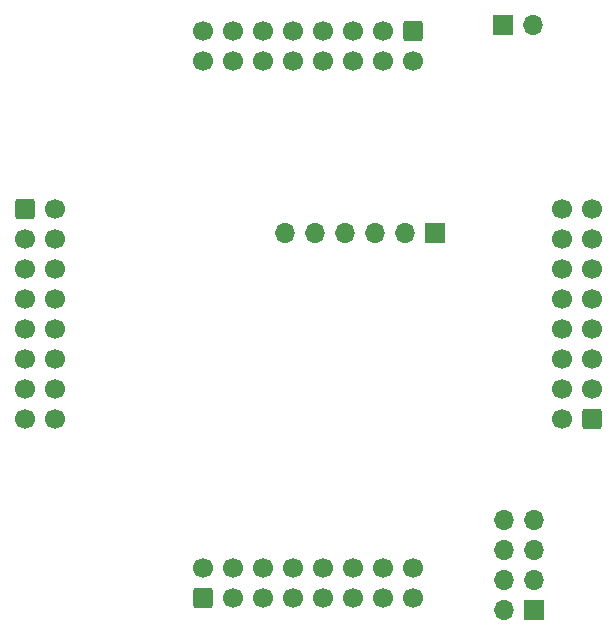
<source format=gbr>
%TF.GenerationSoftware,KiCad,Pcbnew,6.0.11+dfsg-1~bpo11+1*%
%TF.CreationDate,2023-07-05T16:33:08+02:00*%
%TF.ProjectId,avert_21,61766572-745f-4323-912e-6b696361645f,rev?*%
%TF.SameCoordinates,Original*%
%TF.FileFunction,Soldermask,Bot*%
%TF.FilePolarity,Negative*%
%FSLAX46Y46*%
G04 Gerber Fmt 4.6, Leading zero omitted, Abs format (unit mm)*
G04 Created by KiCad (PCBNEW 6.0.11+dfsg-1~bpo11+1) date 2023-07-05 16:33:08*
%MOMM*%
%LPD*%
G01*
G04 APERTURE LIST*
G04 Aperture macros list*
%AMRoundRect*
0 Rectangle with rounded corners*
0 $1 Rounding radius*
0 $2 $3 $4 $5 $6 $7 $8 $9 X,Y pos of 4 corners*
0 Add a 4 corners polygon primitive as box body*
4,1,4,$2,$3,$4,$5,$6,$7,$8,$9,$2,$3,0*
0 Add four circle primitives for the rounded corners*
1,1,$1+$1,$2,$3*
1,1,$1+$1,$4,$5*
1,1,$1+$1,$6,$7*
1,1,$1+$1,$8,$9*
0 Add four rect primitives between the rounded corners*
20,1,$1+$1,$2,$3,$4,$5,0*
20,1,$1+$1,$4,$5,$6,$7,0*
20,1,$1+$1,$6,$7,$8,$9,0*
20,1,$1+$1,$8,$9,$2,$3,0*%
G04 Aperture macros list end*
%ADD10RoundRect,0.250000X0.600000X0.600000X-0.600000X0.600000X-0.600000X-0.600000X0.600000X-0.600000X0*%
%ADD11C,1.700000*%
%ADD12RoundRect,0.250000X0.600000X-0.600000X0.600000X0.600000X-0.600000X0.600000X-0.600000X-0.600000X0*%
%ADD13R,1.700000X1.700000*%
%ADD14O,1.700000X1.700000*%
%ADD15RoundRect,0.250000X-0.600000X0.600000X-0.600000X-0.600000X0.600000X-0.600000X0.600000X0.600000X0*%
%ADD16RoundRect,0.250000X-0.600000X-0.600000X0.600000X-0.600000X0.600000X0.600000X-0.600000X0.600000X0*%
G04 APERTURE END LIST*
D10*
%TO.C,J4*%
X167700000Y-102210000D03*
D11*
X165160000Y-102210000D03*
X167700000Y-99670000D03*
X165160000Y-99670000D03*
X167700000Y-97130000D03*
X165160000Y-97130000D03*
X167700000Y-94590000D03*
X165160000Y-94590000D03*
X167700000Y-92050000D03*
X165160000Y-92050000D03*
X167700000Y-89510000D03*
X165160000Y-89510000D03*
X167700000Y-86970000D03*
X165160000Y-86970000D03*
X167700000Y-84430000D03*
X165160000Y-84430000D03*
%TD*%
D12*
%TO.C,J2*%
X134790000Y-117340000D03*
D11*
X134790000Y-114800000D03*
X137330000Y-117340000D03*
X137330000Y-114800000D03*
X139870000Y-117340000D03*
X139870000Y-114800000D03*
X142410000Y-117340000D03*
X142410000Y-114800000D03*
X144950000Y-117340000D03*
X144950000Y-114800000D03*
X147490000Y-117340000D03*
X147490000Y-114800000D03*
X150030000Y-117340000D03*
X150030000Y-114800000D03*
X152570000Y-117340000D03*
X152570000Y-114800000D03*
%TD*%
D13*
%TO.C,J7*%
X160155000Y-68840000D03*
D14*
X162695000Y-68840000D03*
%TD*%
D15*
%TO.C,J1*%
X152550000Y-69357500D03*
D11*
X152550000Y-71897500D03*
X150010000Y-69357500D03*
X150010000Y-71897500D03*
X147470000Y-69357500D03*
X147470000Y-71897500D03*
X144930000Y-69357500D03*
X144930000Y-71897500D03*
X142390000Y-69357500D03*
X142390000Y-71897500D03*
X139850000Y-69357500D03*
X139850000Y-71897500D03*
X137310000Y-69357500D03*
X137310000Y-71897500D03*
X134770000Y-69357500D03*
X134770000Y-71897500D03*
%TD*%
D13*
%TO.C,J5*%
X154400000Y-86415000D03*
D14*
X151860000Y-86415000D03*
X149320000Y-86415000D03*
X146780000Y-86415000D03*
X144240000Y-86415000D03*
X141700000Y-86415000D03*
%TD*%
D13*
%TO.C,J8*%
X162795000Y-118340000D03*
D14*
X160255000Y-118340000D03*
X162795000Y-115800000D03*
X160255000Y-115800000D03*
X162795000Y-113260000D03*
X160255000Y-113260000D03*
X162795000Y-110720000D03*
X160255000Y-110720000D03*
%TD*%
D16*
%TO.C,J3*%
X119690000Y-84400000D03*
D11*
X122230000Y-84400000D03*
X119690000Y-86940000D03*
X122230000Y-86940000D03*
X119690000Y-89480000D03*
X122230000Y-89480000D03*
X119690000Y-92020000D03*
X122230000Y-92020000D03*
X119690000Y-94560000D03*
X122230000Y-94560000D03*
X119690000Y-97100000D03*
X122230000Y-97100000D03*
X119690000Y-99640000D03*
X122230000Y-99640000D03*
X119690000Y-102180000D03*
X122230000Y-102180000D03*
%TD*%
M02*

</source>
